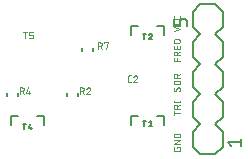
<source format=gbr>
G04 EAGLE Gerber RS-274X export*
G75*
%MOMM*%
%FSLAX34Y34*%
%LPD*%
%INSilkscreen Top*%
%IPPOS*%
%AMOC8*
5,1,8,0,0,1.08239X$1,22.5*%
G01*
%ADD10C,0.050800*%
%ADD11C,0.152400*%
%ADD12C,0.127000*%
%ADD13C,0.203200*%


D10*
X157226Y63077D02*
X157224Y63147D01*
X157218Y63216D01*
X157208Y63285D01*
X157195Y63353D01*
X157177Y63421D01*
X157156Y63487D01*
X157131Y63552D01*
X157103Y63616D01*
X157071Y63678D01*
X157036Y63738D01*
X156997Y63796D01*
X156955Y63851D01*
X156910Y63905D01*
X156862Y63955D01*
X156812Y64003D01*
X156758Y64048D01*
X156703Y64090D01*
X156645Y64129D01*
X156585Y64164D01*
X156523Y64196D01*
X156459Y64224D01*
X156394Y64249D01*
X156328Y64270D01*
X156260Y64288D01*
X156192Y64301D01*
X156123Y64311D01*
X156054Y64317D01*
X155984Y64319D01*
X157226Y63077D02*
X157224Y62978D01*
X157219Y62880D01*
X157209Y62782D01*
X157196Y62684D01*
X157180Y62587D01*
X157160Y62490D01*
X157136Y62395D01*
X157108Y62300D01*
X157077Y62206D01*
X157043Y62114D01*
X157005Y62023D01*
X156964Y61933D01*
X156919Y61845D01*
X156871Y61759D01*
X156820Y61675D01*
X156766Y61593D01*
X156708Y61512D01*
X156648Y61434D01*
X156585Y61359D01*
X156519Y61285D01*
X156450Y61215D01*
X152880Y61369D02*
X152810Y61371D01*
X152741Y61377D01*
X152672Y61387D01*
X152604Y61400D01*
X152536Y61418D01*
X152470Y61439D01*
X152405Y61464D01*
X152341Y61492D01*
X152279Y61524D01*
X152219Y61559D01*
X152161Y61598D01*
X152106Y61640D01*
X152052Y61685D01*
X152002Y61733D01*
X151954Y61783D01*
X151909Y61837D01*
X151867Y61892D01*
X151828Y61950D01*
X151793Y62010D01*
X151761Y62072D01*
X151733Y62136D01*
X151708Y62201D01*
X151687Y62267D01*
X151669Y62335D01*
X151656Y62403D01*
X151646Y62472D01*
X151640Y62541D01*
X151638Y62611D01*
X151640Y62705D01*
X151646Y62798D01*
X151655Y62891D01*
X151668Y62984D01*
X151685Y63076D01*
X151705Y63167D01*
X151730Y63258D01*
X151757Y63347D01*
X151789Y63435D01*
X151824Y63522D01*
X151862Y63608D01*
X151904Y63691D01*
X151949Y63774D01*
X151997Y63854D01*
X152049Y63932D01*
X152104Y64008D01*
X153966Y61990D02*
X153930Y61931D01*
X153890Y61875D01*
X153847Y61821D01*
X153802Y61769D01*
X153753Y61720D01*
X153702Y61674D01*
X153649Y61631D01*
X153593Y61590D01*
X153535Y61553D01*
X153475Y61518D01*
X153414Y61488D01*
X153351Y61460D01*
X153286Y61436D01*
X153220Y61416D01*
X153153Y61399D01*
X153086Y61386D01*
X153018Y61377D01*
X152949Y61371D01*
X152880Y61369D01*
X154898Y63697D02*
X154934Y63756D01*
X154974Y63812D01*
X155017Y63866D01*
X155062Y63918D01*
X155111Y63967D01*
X155162Y64013D01*
X155215Y64056D01*
X155271Y64097D01*
X155329Y64134D01*
X155389Y64169D01*
X155450Y64199D01*
X155513Y64227D01*
X155578Y64251D01*
X155644Y64271D01*
X155711Y64288D01*
X155778Y64301D01*
X155846Y64310D01*
X155915Y64316D01*
X155984Y64318D01*
X154898Y63698D02*
X153966Y61990D01*
X153190Y66844D02*
X155674Y66844D01*
X153190Y66845D02*
X153113Y66847D01*
X153035Y66853D01*
X152959Y66862D01*
X152882Y66876D01*
X152807Y66893D01*
X152733Y66914D01*
X152659Y66939D01*
X152587Y66967D01*
X152517Y66999D01*
X152448Y67034D01*
X152381Y67073D01*
X152316Y67115D01*
X152253Y67160D01*
X152192Y67208D01*
X152134Y67259D01*
X152079Y67313D01*
X152026Y67370D01*
X151977Y67429D01*
X151930Y67491D01*
X151886Y67555D01*
X151846Y67621D01*
X151809Y67689D01*
X151775Y67759D01*
X151745Y67830D01*
X151719Y67903D01*
X151696Y67977D01*
X151677Y68052D01*
X151662Y68127D01*
X151650Y68204D01*
X151642Y68281D01*
X151638Y68358D01*
X151638Y68436D01*
X151642Y68513D01*
X151650Y68590D01*
X151662Y68667D01*
X151677Y68742D01*
X151696Y68817D01*
X151719Y68891D01*
X151745Y68964D01*
X151775Y69035D01*
X151809Y69105D01*
X151846Y69173D01*
X151886Y69239D01*
X151930Y69303D01*
X151977Y69365D01*
X152026Y69424D01*
X152079Y69481D01*
X152134Y69535D01*
X152192Y69586D01*
X152253Y69634D01*
X152316Y69679D01*
X152381Y69721D01*
X152448Y69760D01*
X152517Y69795D01*
X152587Y69827D01*
X152659Y69855D01*
X152733Y69880D01*
X152807Y69901D01*
X152882Y69918D01*
X152959Y69932D01*
X153035Y69941D01*
X153113Y69947D01*
X153190Y69949D01*
X155674Y69949D01*
X155751Y69947D01*
X155829Y69941D01*
X155905Y69932D01*
X155982Y69918D01*
X156057Y69901D01*
X156131Y69880D01*
X156205Y69855D01*
X156277Y69827D01*
X156347Y69795D01*
X156416Y69760D01*
X156483Y69721D01*
X156548Y69679D01*
X156611Y69634D01*
X156672Y69586D01*
X156730Y69535D01*
X156785Y69481D01*
X156838Y69424D01*
X156887Y69365D01*
X156934Y69303D01*
X156978Y69239D01*
X157018Y69173D01*
X157055Y69105D01*
X157089Y69035D01*
X157119Y68964D01*
X157145Y68891D01*
X157168Y68817D01*
X157187Y68742D01*
X157202Y68667D01*
X157214Y68590D01*
X157222Y68513D01*
X157226Y68436D01*
X157226Y68358D01*
X157222Y68281D01*
X157214Y68204D01*
X157202Y68127D01*
X157187Y68052D01*
X157168Y67977D01*
X157145Y67903D01*
X157119Y67830D01*
X157089Y67759D01*
X157055Y67689D01*
X157018Y67621D01*
X156978Y67555D01*
X156934Y67491D01*
X156887Y67429D01*
X156838Y67370D01*
X156785Y67313D01*
X156730Y67259D01*
X156672Y67208D01*
X156611Y67160D01*
X156548Y67115D01*
X156483Y67073D01*
X156416Y67034D01*
X156347Y66999D01*
X156277Y66967D01*
X156205Y66939D01*
X156131Y66914D01*
X156057Y66893D01*
X155982Y66876D01*
X155905Y66862D01*
X155829Y66853D01*
X155751Y66847D01*
X155674Y66845D01*
X155984Y69328D02*
X157226Y70570D01*
X157226Y72406D02*
X151638Y72406D01*
X151638Y73958D01*
X151640Y74035D01*
X151646Y74113D01*
X151655Y74189D01*
X151669Y74266D01*
X151686Y74341D01*
X151707Y74415D01*
X151732Y74489D01*
X151760Y74561D01*
X151792Y74631D01*
X151827Y74700D01*
X151866Y74767D01*
X151908Y74832D01*
X151953Y74895D01*
X152001Y74956D01*
X152052Y75014D01*
X152106Y75069D01*
X152163Y75122D01*
X152222Y75171D01*
X152284Y75218D01*
X152348Y75262D01*
X152414Y75302D01*
X152482Y75339D01*
X152552Y75373D01*
X152623Y75403D01*
X152696Y75429D01*
X152770Y75452D01*
X152845Y75471D01*
X152920Y75486D01*
X152997Y75498D01*
X153074Y75506D01*
X153151Y75510D01*
X153229Y75510D01*
X153306Y75506D01*
X153383Y75498D01*
X153460Y75486D01*
X153535Y75471D01*
X153610Y75452D01*
X153684Y75429D01*
X153757Y75403D01*
X153828Y75373D01*
X153898Y75339D01*
X153966Y75302D01*
X154032Y75262D01*
X154096Y75218D01*
X154158Y75171D01*
X154217Y75122D01*
X154274Y75069D01*
X154328Y75014D01*
X154379Y74956D01*
X154427Y74895D01*
X154472Y74832D01*
X154514Y74767D01*
X154553Y74700D01*
X154588Y74631D01*
X154620Y74561D01*
X154648Y74489D01*
X154673Y74415D01*
X154694Y74341D01*
X154711Y74266D01*
X154725Y74189D01*
X154734Y74113D01*
X154740Y74035D01*
X154742Y73958D01*
X154742Y72406D01*
X154742Y74268D02*
X157226Y75510D01*
X157226Y42446D02*
X151638Y42446D01*
X151638Y40894D02*
X151638Y43998D01*
X151638Y46234D02*
X157226Y46234D01*
X151638Y46234D02*
X151638Y47786D01*
X151640Y47863D01*
X151646Y47941D01*
X151655Y48017D01*
X151669Y48094D01*
X151686Y48169D01*
X151707Y48243D01*
X151732Y48317D01*
X151760Y48389D01*
X151792Y48459D01*
X151827Y48528D01*
X151866Y48595D01*
X151908Y48660D01*
X151953Y48723D01*
X152001Y48784D01*
X152052Y48842D01*
X152106Y48897D01*
X152163Y48950D01*
X152222Y48999D01*
X152284Y49046D01*
X152348Y49090D01*
X152414Y49130D01*
X152482Y49167D01*
X152552Y49201D01*
X152623Y49231D01*
X152696Y49257D01*
X152770Y49280D01*
X152845Y49299D01*
X152920Y49314D01*
X152997Y49326D01*
X153074Y49334D01*
X153151Y49338D01*
X153229Y49338D01*
X153306Y49334D01*
X153383Y49326D01*
X153460Y49314D01*
X153535Y49299D01*
X153610Y49280D01*
X153684Y49257D01*
X153757Y49231D01*
X153828Y49201D01*
X153898Y49167D01*
X153966Y49130D01*
X154032Y49090D01*
X154096Y49046D01*
X154158Y48999D01*
X154217Y48950D01*
X154274Y48897D01*
X154328Y48842D01*
X154379Y48784D01*
X154427Y48723D01*
X154472Y48660D01*
X154514Y48595D01*
X154553Y48528D01*
X154588Y48459D01*
X154620Y48389D01*
X154648Y48317D01*
X154673Y48243D01*
X154694Y48169D01*
X154711Y48094D01*
X154725Y48017D01*
X154734Y47941D01*
X154740Y47863D01*
X154742Y47786D01*
X154742Y46234D01*
X154742Y48096D02*
X157226Y49338D01*
X157226Y52139D02*
X151638Y52139D01*
X157226Y51518D02*
X157226Y52760D01*
X151638Y52760D02*
X151638Y51518D01*
X154122Y13518D02*
X154122Y12587D01*
X154122Y13518D02*
X157226Y13518D01*
X157226Y11656D01*
X157224Y11586D01*
X157218Y11517D01*
X157208Y11448D01*
X157195Y11380D01*
X157177Y11312D01*
X157156Y11246D01*
X157131Y11181D01*
X157103Y11117D01*
X157071Y11055D01*
X157036Y10995D01*
X156997Y10937D01*
X156955Y10882D01*
X156910Y10828D01*
X156862Y10778D01*
X156812Y10730D01*
X156758Y10685D01*
X156703Y10643D01*
X156645Y10604D01*
X156585Y10569D01*
X156523Y10537D01*
X156459Y10509D01*
X156394Y10484D01*
X156328Y10463D01*
X156260Y10445D01*
X156192Y10432D01*
X156123Y10422D01*
X156054Y10416D01*
X155984Y10414D01*
X152880Y10414D01*
X152810Y10416D01*
X152741Y10422D01*
X152672Y10432D01*
X152604Y10445D01*
X152536Y10463D01*
X152470Y10484D01*
X152405Y10509D01*
X152341Y10537D01*
X152279Y10569D01*
X152219Y10604D01*
X152161Y10643D01*
X152106Y10685D01*
X152052Y10730D01*
X152002Y10778D01*
X151954Y10828D01*
X151909Y10882D01*
X151867Y10937D01*
X151828Y10995D01*
X151793Y11055D01*
X151761Y11117D01*
X151733Y11181D01*
X151708Y11246D01*
X151687Y11312D01*
X151669Y11380D01*
X151656Y11448D01*
X151646Y11517D01*
X151640Y11586D01*
X151638Y11656D01*
X151638Y13518D01*
X151638Y16266D02*
X157226Y16266D01*
X157226Y19371D02*
X151638Y16266D01*
X151638Y19371D02*
X157226Y19371D01*
X157226Y22118D02*
X151638Y22118D01*
X151638Y23670D01*
X151640Y23746D01*
X151645Y23822D01*
X151655Y23898D01*
X151668Y23973D01*
X151685Y24047D01*
X151705Y24121D01*
X151729Y24193D01*
X151756Y24264D01*
X151787Y24334D01*
X151821Y24402D01*
X151859Y24468D01*
X151900Y24532D01*
X151943Y24595D01*
X151990Y24655D01*
X152040Y24712D01*
X152093Y24767D01*
X152148Y24820D01*
X152205Y24870D01*
X152265Y24917D01*
X152328Y24960D01*
X152392Y25001D01*
X152458Y25039D01*
X152526Y25073D01*
X152596Y25104D01*
X152667Y25131D01*
X152740Y25155D01*
X152813Y25175D01*
X152887Y25192D01*
X152962Y25205D01*
X153038Y25215D01*
X153114Y25220D01*
X153190Y25222D01*
X153190Y25223D02*
X155674Y25223D01*
X155674Y25222D02*
X155750Y25220D01*
X155826Y25215D01*
X155902Y25205D01*
X155977Y25192D01*
X156051Y25175D01*
X156125Y25155D01*
X156197Y25131D01*
X156268Y25104D01*
X156338Y25073D01*
X156406Y25039D01*
X156472Y25001D01*
X156536Y24960D01*
X156599Y24917D01*
X156659Y24870D01*
X156716Y24820D01*
X156771Y24767D01*
X156824Y24712D01*
X156874Y24655D01*
X156921Y24595D01*
X156964Y24532D01*
X157005Y24468D01*
X157043Y24402D01*
X157077Y24334D01*
X157108Y24264D01*
X157135Y24193D01*
X157159Y24121D01*
X157179Y24047D01*
X157196Y23973D01*
X157209Y23898D01*
X157219Y23822D01*
X157224Y23746D01*
X157226Y23670D01*
X157226Y22118D01*
X157226Y86614D02*
X151638Y86614D01*
X151638Y89098D01*
X154122Y89098D02*
X154122Y86614D01*
X151638Y91394D02*
X157226Y91394D01*
X151638Y91394D02*
X151638Y92946D01*
X151640Y93023D01*
X151646Y93101D01*
X151655Y93177D01*
X151669Y93254D01*
X151686Y93329D01*
X151707Y93403D01*
X151732Y93477D01*
X151760Y93549D01*
X151792Y93619D01*
X151827Y93688D01*
X151866Y93755D01*
X151908Y93820D01*
X151953Y93883D01*
X152001Y93944D01*
X152052Y94002D01*
X152106Y94057D01*
X152163Y94110D01*
X152222Y94159D01*
X152284Y94206D01*
X152348Y94250D01*
X152414Y94290D01*
X152482Y94327D01*
X152552Y94361D01*
X152623Y94391D01*
X152696Y94417D01*
X152770Y94440D01*
X152845Y94459D01*
X152920Y94474D01*
X152997Y94486D01*
X153074Y94494D01*
X153151Y94498D01*
X153229Y94498D01*
X153306Y94494D01*
X153383Y94486D01*
X153460Y94474D01*
X153535Y94459D01*
X153610Y94440D01*
X153684Y94417D01*
X153757Y94391D01*
X153828Y94361D01*
X153898Y94327D01*
X153966Y94290D01*
X154032Y94250D01*
X154096Y94206D01*
X154158Y94159D01*
X154217Y94110D01*
X154274Y94057D01*
X154328Y94002D01*
X154379Y93944D01*
X154427Y93883D01*
X154472Y93820D01*
X154514Y93755D01*
X154553Y93688D01*
X154588Y93619D01*
X154620Y93549D01*
X154648Y93477D01*
X154673Y93403D01*
X154694Y93329D01*
X154711Y93254D01*
X154725Y93177D01*
X154734Y93101D01*
X154740Y93023D01*
X154742Y92946D01*
X154742Y91394D01*
X154742Y93257D02*
X157226Y94498D01*
X157226Y97038D02*
X157226Y99522D01*
X157226Y97038D02*
X151638Y97038D01*
X151638Y99522D01*
X154122Y98901D02*
X154122Y97038D01*
X153190Y101926D02*
X155674Y101926D01*
X153190Y101926D02*
X153113Y101928D01*
X153035Y101934D01*
X152959Y101943D01*
X152882Y101957D01*
X152807Y101974D01*
X152733Y101995D01*
X152659Y102020D01*
X152587Y102048D01*
X152517Y102080D01*
X152448Y102115D01*
X152381Y102154D01*
X152316Y102196D01*
X152253Y102241D01*
X152192Y102289D01*
X152134Y102340D01*
X152079Y102394D01*
X152026Y102451D01*
X151977Y102510D01*
X151930Y102572D01*
X151886Y102636D01*
X151846Y102702D01*
X151809Y102770D01*
X151775Y102840D01*
X151745Y102911D01*
X151719Y102984D01*
X151696Y103058D01*
X151677Y103133D01*
X151662Y103208D01*
X151650Y103285D01*
X151642Y103362D01*
X151638Y103439D01*
X151638Y103517D01*
X151642Y103594D01*
X151650Y103671D01*
X151662Y103748D01*
X151677Y103823D01*
X151696Y103898D01*
X151719Y103972D01*
X151745Y104045D01*
X151775Y104116D01*
X151809Y104186D01*
X151846Y104254D01*
X151886Y104320D01*
X151930Y104384D01*
X151977Y104446D01*
X152026Y104505D01*
X152079Y104562D01*
X152134Y104616D01*
X152192Y104667D01*
X152253Y104715D01*
X152316Y104760D01*
X152381Y104802D01*
X152448Y104841D01*
X152517Y104876D01*
X152587Y104908D01*
X152659Y104936D01*
X152733Y104961D01*
X152807Y104982D01*
X152882Y104999D01*
X152959Y105013D01*
X153035Y105022D01*
X153113Y105028D01*
X153190Y105030D01*
X155674Y105030D01*
X155751Y105028D01*
X155829Y105022D01*
X155905Y105013D01*
X155982Y104999D01*
X156057Y104982D01*
X156131Y104961D01*
X156205Y104936D01*
X156277Y104908D01*
X156347Y104876D01*
X156416Y104841D01*
X156483Y104802D01*
X156548Y104760D01*
X156611Y104715D01*
X156672Y104667D01*
X156730Y104616D01*
X156785Y104562D01*
X156838Y104505D01*
X156887Y104446D01*
X156934Y104384D01*
X156978Y104320D01*
X157018Y104254D01*
X157055Y104186D01*
X157089Y104116D01*
X157119Y104045D01*
X157145Y103972D01*
X157168Y103898D01*
X157187Y103823D01*
X157202Y103748D01*
X157214Y103671D01*
X157222Y103594D01*
X157226Y103517D01*
X157226Y103439D01*
X157222Y103362D01*
X157214Y103285D01*
X157202Y103208D01*
X157187Y103133D01*
X157168Y103058D01*
X157145Y102984D01*
X157119Y102911D01*
X157089Y102840D01*
X157055Y102770D01*
X157018Y102702D01*
X156978Y102636D01*
X156934Y102572D01*
X156887Y102510D01*
X156838Y102451D01*
X156785Y102394D01*
X156730Y102340D01*
X156672Y102289D01*
X156611Y102241D01*
X156548Y102196D01*
X156483Y102154D01*
X156416Y102115D01*
X156347Y102080D01*
X156277Y102048D01*
X156205Y102020D01*
X156131Y101995D01*
X156057Y101974D01*
X155982Y101957D01*
X155905Y101943D01*
X155829Y101934D01*
X155751Y101928D01*
X155674Y101926D01*
X155984Y104409D02*
X157226Y105651D01*
X157226Y113877D02*
X151638Y112014D01*
X151638Y115739D02*
X157226Y113877D01*
X157226Y119036D02*
X157226Y120278D01*
X157226Y119036D02*
X157224Y118966D01*
X157218Y118897D01*
X157208Y118828D01*
X157195Y118760D01*
X157177Y118692D01*
X157156Y118626D01*
X157131Y118561D01*
X157103Y118497D01*
X157071Y118435D01*
X157036Y118375D01*
X156997Y118317D01*
X156955Y118262D01*
X156910Y118208D01*
X156862Y118158D01*
X156812Y118110D01*
X156758Y118065D01*
X156703Y118023D01*
X156645Y117984D01*
X156585Y117949D01*
X156523Y117917D01*
X156459Y117889D01*
X156394Y117864D01*
X156328Y117843D01*
X156260Y117825D01*
X156192Y117812D01*
X156123Y117802D01*
X156054Y117796D01*
X155984Y117794D01*
X155984Y117795D02*
X152880Y117795D01*
X152880Y117794D02*
X152810Y117796D01*
X152741Y117802D01*
X152672Y117812D01*
X152604Y117825D01*
X152536Y117843D01*
X152470Y117864D01*
X152405Y117889D01*
X152341Y117917D01*
X152279Y117949D01*
X152219Y117984D01*
X152161Y118023D01*
X152106Y118065D01*
X152052Y118110D01*
X152002Y118158D01*
X151954Y118208D01*
X151909Y118262D01*
X151867Y118317D01*
X151828Y118375D01*
X151793Y118435D01*
X151761Y118497D01*
X151733Y118561D01*
X151708Y118626D01*
X151687Y118692D01*
X151669Y118760D01*
X151656Y118828D01*
X151646Y118897D01*
X151640Y118966D01*
X151638Y119036D01*
X151638Y120278D01*
X157226Y123608D02*
X157226Y124850D01*
X157226Y123608D02*
X157224Y123538D01*
X157218Y123469D01*
X157208Y123400D01*
X157195Y123332D01*
X157177Y123264D01*
X157156Y123198D01*
X157131Y123133D01*
X157103Y123069D01*
X157071Y123007D01*
X157036Y122947D01*
X156997Y122889D01*
X156955Y122834D01*
X156910Y122780D01*
X156862Y122730D01*
X156812Y122682D01*
X156758Y122637D01*
X156703Y122595D01*
X156645Y122556D01*
X156585Y122521D01*
X156523Y122489D01*
X156459Y122461D01*
X156394Y122436D01*
X156328Y122415D01*
X156260Y122397D01*
X156192Y122384D01*
X156123Y122374D01*
X156054Y122368D01*
X155984Y122366D01*
X152880Y122366D01*
X152810Y122368D01*
X152741Y122374D01*
X152672Y122384D01*
X152604Y122397D01*
X152536Y122415D01*
X152470Y122436D01*
X152405Y122461D01*
X152341Y122489D01*
X152279Y122521D01*
X152219Y122556D01*
X152161Y122595D01*
X152106Y122637D01*
X152052Y122682D01*
X152002Y122730D01*
X151954Y122780D01*
X151909Y122834D01*
X151867Y122889D01*
X151828Y122947D01*
X151793Y123007D01*
X151761Y123069D01*
X151733Y123133D01*
X151708Y123198D01*
X151687Y123264D01*
X151669Y123332D01*
X151656Y123400D01*
X151646Y123469D01*
X151640Y123538D01*
X151638Y123608D01*
X151638Y124850D01*
X115514Y68834D02*
X114272Y68834D01*
X114202Y68836D01*
X114133Y68842D01*
X114064Y68852D01*
X113996Y68865D01*
X113928Y68883D01*
X113862Y68904D01*
X113797Y68929D01*
X113733Y68957D01*
X113671Y68989D01*
X113611Y69024D01*
X113553Y69063D01*
X113498Y69105D01*
X113444Y69150D01*
X113394Y69198D01*
X113346Y69248D01*
X113301Y69302D01*
X113259Y69357D01*
X113220Y69415D01*
X113185Y69475D01*
X113153Y69537D01*
X113125Y69601D01*
X113100Y69666D01*
X113079Y69732D01*
X113061Y69800D01*
X113048Y69868D01*
X113038Y69937D01*
X113032Y70006D01*
X113030Y70076D01*
X113030Y73180D01*
X113032Y73250D01*
X113038Y73319D01*
X113048Y73388D01*
X113061Y73456D01*
X113079Y73524D01*
X113100Y73590D01*
X113125Y73655D01*
X113153Y73719D01*
X113185Y73781D01*
X113220Y73841D01*
X113259Y73899D01*
X113301Y73954D01*
X113346Y74008D01*
X113394Y74058D01*
X113444Y74106D01*
X113498Y74151D01*
X113553Y74193D01*
X113611Y74232D01*
X113671Y74267D01*
X113733Y74299D01*
X113797Y74327D01*
X113862Y74352D01*
X113928Y74373D01*
X113996Y74391D01*
X114064Y74404D01*
X114133Y74414D01*
X114202Y74420D01*
X114272Y74422D01*
X115514Y74422D01*
X119326Y74422D02*
X119399Y74420D01*
X119472Y74414D01*
X119545Y74405D01*
X119616Y74391D01*
X119688Y74374D01*
X119758Y74354D01*
X119827Y74329D01*
X119894Y74301D01*
X119960Y74270D01*
X120025Y74235D01*
X120087Y74197D01*
X120147Y74155D01*
X120205Y74111D01*
X120261Y74063D01*
X120314Y74013D01*
X120364Y73960D01*
X120412Y73904D01*
X120456Y73846D01*
X120498Y73786D01*
X120536Y73724D01*
X120571Y73659D01*
X120602Y73593D01*
X120630Y73526D01*
X120655Y73457D01*
X120675Y73387D01*
X120692Y73315D01*
X120706Y73244D01*
X120715Y73171D01*
X120721Y73098D01*
X120723Y73025D01*
X119326Y74422D02*
X119242Y74420D01*
X119159Y74414D01*
X119076Y74405D01*
X118994Y74391D01*
X118912Y74374D01*
X118831Y74352D01*
X118751Y74327D01*
X118673Y74299D01*
X118595Y74267D01*
X118520Y74231D01*
X118446Y74192D01*
X118374Y74149D01*
X118304Y74103D01*
X118237Y74054D01*
X118171Y74001D01*
X118109Y73946D01*
X118049Y73888D01*
X117991Y73827D01*
X117937Y73764D01*
X117885Y73698D01*
X117837Y73630D01*
X117792Y73559D01*
X117750Y73487D01*
X117712Y73412D01*
X117677Y73336D01*
X117646Y73259D01*
X117618Y73180D01*
X120256Y71939D02*
X120310Y71992D01*
X120361Y72049D01*
X120409Y72108D01*
X120454Y72169D01*
X120495Y72232D01*
X120534Y72298D01*
X120569Y72365D01*
X120601Y72434D01*
X120629Y72505D01*
X120653Y72576D01*
X120674Y72649D01*
X120691Y72723D01*
X120705Y72798D01*
X120714Y72873D01*
X120720Y72949D01*
X120722Y73025D01*
X120257Y71938D02*
X117618Y68834D01*
X120723Y68834D01*
D11*
X61214Y59690D02*
X61214Y57150D01*
X70866Y57150D02*
X70866Y59690D01*
D10*
X72390Y58674D02*
X72390Y64262D01*
X73942Y64262D01*
X74019Y64260D01*
X74097Y64254D01*
X74173Y64245D01*
X74250Y64231D01*
X74325Y64214D01*
X74399Y64193D01*
X74473Y64168D01*
X74545Y64140D01*
X74615Y64108D01*
X74684Y64073D01*
X74751Y64034D01*
X74816Y63992D01*
X74879Y63947D01*
X74940Y63899D01*
X74998Y63848D01*
X75053Y63794D01*
X75106Y63737D01*
X75155Y63678D01*
X75202Y63616D01*
X75246Y63552D01*
X75286Y63486D01*
X75323Y63418D01*
X75357Y63348D01*
X75387Y63277D01*
X75413Y63204D01*
X75436Y63130D01*
X75455Y63055D01*
X75470Y62980D01*
X75482Y62903D01*
X75490Y62826D01*
X75494Y62749D01*
X75494Y62671D01*
X75490Y62594D01*
X75482Y62517D01*
X75470Y62440D01*
X75455Y62365D01*
X75436Y62290D01*
X75413Y62216D01*
X75387Y62143D01*
X75357Y62072D01*
X75323Y62002D01*
X75286Y61934D01*
X75246Y61868D01*
X75202Y61804D01*
X75155Y61742D01*
X75106Y61683D01*
X75053Y61626D01*
X74998Y61572D01*
X74940Y61521D01*
X74879Y61473D01*
X74816Y61428D01*
X74751Y61386D01*
X74684Y61347D01*
X74615Y61312D01*
X74545Y61280D01*
X74473Y61252D01*
X74399Y61227D01*
X74325Y61206D01*
X74250Y61189D01*
X74173Y61175D01*
X74097Y61166D01*
X74019Y61160D01*
X73942Y61158D01*
X72390Y61158D01*
X74253Y61158D02*
X75494Y58674D01*
X80945Y62865D02*
X80943Y62938D01*
X80937Y63011D01*
X80928Y63084D01*
X80914Y63155D01*
X80897Y63227D01*
X80877Y63297D01*
X80852Y63366D01*
X80824Y63433D01*
X80793Y63499D01*
X80758Y63564D01*
X80720Y63626D01*
X80678Y63686D01*
X80634Y63744D01*
X80586Y63800D01*
X80536Y63853D01*
X80483Y63903D01*
X80427Y63951D01*
X80369Y63995D01*
X80309Y64037D01*
X80247Y64075D01*
X80182Y64110D01*
X80116Y64141D01*
X80049Y64169D01*
X79980Y64194D01*
X79910Y64214D01*
X79838Y64231D01*
X79767Y64245D01*
X79694Y64254D01*
X79621Y64260D01*
X79548Y64262D01*
X79464Y64260D01*
X79381Y64254D01*
X79298Y64245D01*
X79216Y64231D01*
X79134Y64214D01*
X79053Y64192D01*
X78973Y64167D01*
X78895Y64139D01*
X78817Y64107D01*
X78742Y64071D01*
X78668Y64032D01*
X78596Y63989D01*
X78526Y63943D01*
X78459Y63894D01*
X78393Y63841D01*
X78331Y63786D01*
X78271Y63728D01*
X78213Y63667D01*
X78159Y63604D01*
X78107Y63538D01*
X78059Y63470D01*
X78014Y63399D01*
X77972Y63327D01*
X77934Y63252D01*
X77899Y63176D01*
X77868Y63099D01*
X77840Y63020D01*
X80478Y61779D02*
X80532Y61832D01*
X80583Y61889D01*
X80631Y61948D01*
X80676Y62009D01*
X80717Y62072D01*
X80756Y62138D01*
X80791Y62205D01*
X80823Y62274D01*
X80851Y62345D01*
X80875Y62416D01*
X80896Y62489D01*
X80913Y62563D01*
X80927Y62638D01*
X80936Y62713D01*
X80942Y62789D01*
X80944Y62865D01*
X80479Y61778D02*
X77840Y58674D01*
X80945Y58674D01*
D11*
X20066Y59690D02*
X20066Y57150D01*
X10414Y57150D02*
X10414Y59690D01*
D10*
X21590Y58674D02*
X21590Y64262D01*
X23142Y64262D01*
X23219Y64260D01*
X23297Y64254D01*
X23373Y64245D01*
X23450Y64231D01*
X23525Y64214D01*
X23599Y64193D01*
X23673Y64168D01*
X23745Y64140D01*
X23815Y64108D01*
X23884Y64073D01*
X23951Y64034D01*
X24016Y63992D01*
X24079Y63947D01*
X24140Y63899D01*
X24198Y63848D01*
X24253Y63794D01*
X24306Y63737D01*
X24355Y63678D01*
X24402Y63616D01*
X24446Y63552D01*
X24486Y63486D01*
X24523Y63418D01*
X24557Y63348D01*
X24587Y63277D01*
X24613Y63204D01*
X24636Y63130D01*
X24655Y63055D01*
X24670Y62980D01*
X24682Y62903D01*
X24690Y62826D01*
X24694Y62749D01*
X24694Y62671D01*
X24690Y62594D01*
X24682Y62517D01*
X24670Y62440D01*
X24655Y62365D01*
X24636Y62290D01*
X24613Y62216D01*
X24587Y62143D01*
X24557Y62072D01*
X24523Y62002D01*
X24486Y61934D01*
X24446Y61868D01*
X24402Y61804D01*
X24355Y61742D01*
X24306Y61683D01*
X24253Y61626D01*
X24198Y61572D01*
X24140Y61521D01*
X24079Y61473D01*
X24016Y61428D01*
X23951Y61386D01*
X23884Y61347D01*
X23815Y61312D01*
X23745Y61280D01*
X23673Y61252D01*
X23599Y61227D01*
X23525Y61206D01*
X23450Y61189D01*
X23373Y61175D01*
X23297Y61166D01*
X23219Y61160D01*
X23142Y61158D01*
X21590Y61158D01*
X23453Y61158D02*
X24694Y58674D01*
X27040Y59916D02*
X28282Y64262D01*
X27040Y59916D02*
X30145Y59916D01*
X29213Y61158D02*
X29213Y58674D01*
D11*
X73914Y95250D02*
X73914Y97790D01*
X83566Y97790D02*
X83566Y95250D01*
D10*
X87630Y96774D02*
X87630Y102362D01*
X89182Y102362D01*
X89259Y102360D01*
X89337Y102354D01*
X89413Y102345D01*
X89490Y102331D01*
X89565Y102314D01*
X89639Y102293D01*
X89713Y102268D01*
X89785Y102240D01*
X89855Y102208D01*
X89924Y102173D01*
X89991Y102134D01*
X90056Y102092D01*
X90119Y102047D01*
X90180Y101999D01*
X90238Y101948D01*
X90293Y101894D01*
X90346Y101837D01*
X90395Y101778D01*
X90442Y101716D01*
X90486Y101652D01*
X90526Y101586D01*
X90563Y101518D01*
X90597Y101448D01*
X90627Y101377D01*
X90653Y101304D01*
X90676Y101230D01*
X90695Y101155D01*
X90710Y101080D01*
X90722Y101003D01*
X90730Y100926D01*
X90734Y100849D01*
X90734Y100771D01*
X90730Y100694D01*
X90722Y100617D01*
X90710Y100540D01*
X90695Y100465D01*
X90676Y100390D01*
X90653Y100316D01*
X90627Y100243D01*
X90597Y100172D01*
X90563Y100102D01*
X90526Y100034D01*
X90486Y99968D01*
X90442Y99904D01*
X90395Y99842D01*
X90346Y99783D01*
X90293Y99726D01*
X90238Y99672D01*
X90180Y99621D01*
X90119Y99573D01*
X90056Y99528D01*
X89991Y99486D01*
X89924Y99447D01*
X89855Y99412D01*
X89785Y99380D01*
X89713Y99352D01*
X89639Y99327D01*
X89565Y99306D01*
X89490Y99289D01*
X89413Y99275D01*
X89337Y99266D01*
X89259Y99260D01*
X89182Y99258D01*
X87630Y99258D01*
X89493Y99258D02*
X90734Y96774D01*
X93080Y101741D02*
X93080Y102362D01*
X96185Y102362D01*
X94633Y96774D01*
D11*
X167640Y26670D02*
X167640Y13970D01*
X167640Y26670D02*
X173990Y33020D01*
X186690Y33020D02*
X193040Y26670D01*
X173990Y33020D02*
X167640Y39370D01*
X167640Y52070D01*
X173990Y58420D01*
X186690Y58420D02*
X193040Y52070D01*
X193040Y39370D01*
X186690Y33020D01*
X186690Y7620D02*
X173990Y7620D01*
X167640Y13970D01*
X186690Y7620D02*
X193040Y13970D01*
X193040Y26670D01*
X173990Y58420D02*
X167640Y64770D01*
X167640Y77470D01*
X173990Y83820D01*
X186690Y83820D02*
X193040Y77470D01*
X193040Y64770D01*
X186690Y58420D01*
X167640Y90170D02*
X167640Y102870D01*
X173990Y109220D01*
X186690Y109220D02*
X193040Y102870D01*
X173990Y109220D02*
X167640Y115570D01*
X167640Y128270D01*
X173990Y134620D01*
X186690Y134620D01*
X193040Y128270D01*
X193040Y115570D01*
X186690Y109220D01*
X167640Y90170D02*
X173990Y83820D01*
X186690Y83820D02*
X193040Y90170D01*
X193040Y102870D01*
D12*
X197485Y17780D02*
X200025Y14605D01*
X197485Y17780D02*
X208915Y17780D01*
X208915Y14605D02*
X208915Y20955D01*
X163195Y116205D02*
X163195Y120015D01*
X163193Y120115D01*
X163187Y120214D01*
X163177Y120314D01*
X163164Y120412D01*
X163146Y120511D01*
X163125Y120608D01*
X163100Y120704D01*
X163071Y120800D01*
X163038Y120894D01*
X163002Y120987D01*
X162962Y121078D01*
X162918Y121168D01*
X162871Y121256D01*
X162821Y121342D01*
X162767Y121426D01*
X162710Y121508D01*
X162650Y121587D01*
X162586Y121665D01*
X162520Y121739D01*
X162451Y121811D01*
X162379Y121880D01*
X162305Y121946D01*
X162227Y122010D01*
X162148Y122070D01*
X162066Y122127D01*
X161982Y122181D01*
X161896Y122231D01*
X161808Y122278D01*
X161718Y122322D01*
X161627Y122362D01*
X161534Y122398D01*
X161440Y122431D01*
X161344Y122460D01*
X161248Y122485D01*
X161151Y122506D01*
X161052Y122524D01*
X160954Y122537D01*
X160854Y122547D01*
X160755Y122553D01*
X160655Y122555D01*
X159385Y122555D01*
X159285Y122553D01*
X159186Y122547D01*
X159086Y122537D01*
X158988Y122524D01*
X158889Y122506D01*
X158792Y122485D01*
X158696Y122460D01*
X158600Y122431D01*
X158506Y122398D01*
X158413Y122362D01*
X158322Y122322D01*
X158232Y122278D01*
X158144Y122231D01*
X158058Y122181D01*
X157974Y122127D01*
X157892Y122070D01*
X157813Y122010D01*
X157735Y121946D01*
X157661Y121880D01*
X157589Y121811D01*
X157520Y121739D01*
X157454Y121665D01*
X157390Y121587D01*
X157330Y121508D01*
X157273Y121426D01*
X157219Y121342D01*
X157169Y121256D01*
X157122Y121168D01*
X157078Y121078D01*
X157038Y120987D01*
X157002Y120894D01*
X156969Y120800D01*
X156940Y120704D01*
X156915Y120608D01*
X156894Y120511D01*
X156876Y120412D01*
X156863Y120314D01*
X156853Y120214D01*
X156847Y120115D01*
X156845Y120015D01*
X156845Y116205D01*
X151765Y116205D01*
X151765Y122555D01*
D13*
X121540Y40020D02*
X115540Y40020D01*
X115540Y32020D01*
X137540Y40020D02*
X143540Y40020D01*
X143540Y32020D01*
D12*
X126980Y31369D02*
X126980Y36195D01*
X128320Y36195D02*
X125639Y36195D01*
X130760Y35123D02*
X132100Y36195D01*
X132100Y31369D01*
X130760Y31369D02*
X133441Y31369D01*
D13*
X121540Y116220D02*
X115540Y116220D01*
X115540Y108220D01*
X137540Y116220D02*
X143540Y116220D01*
X143540Y108220D01*
D12*
X126980Y109855D02*
X126980Y105029D01*
X125639Y109855D02*
X128320Y109855D01*
X132234Y109855D02*
X132302Y109853D01*
X132369Y109847D01*
X132436Y109838D01*
X132503Y109825D01*
X132568Y109808D01*
X132633Y109787D01*
X132696Y109763D01*
X132758Y109735D01*
X132818Y109704D01*
X132876Y109670D01*
X132932Y109632D01*
X132987Y109592D01*
X133038Y109548D01*
X133087Y109501D01*
X133134Y109452D01*
X133178Y109401D01*
X133218Y109346D01*
X133256Y109290D01*
X133290Y109232D01*
X133321Y109172D01*
X133349Y109110D01*
X133373Y109047D01*
X133394Y108982D01*
X133411Y108917D01*
X133424Y108850D01*
X133433Y108783D01*
X133439Y108716D01*
X133441Y108648D01*
X132234Y109855D02*
X132156Y109853D01*
X132078Y109847D01*
X132001Y109837D01*
X131924Y109824D01*
X131848Y109806D01*
X131773Y109785D01*
X131699Y109760D01*
X131627Y109731D01*
X131556Y109699D01*
X131487Y109663D01*
X131419Y109624D01*
X131354Y109581D01*
X131291Y109535D01*
X131230Y109486D01*
X131172Y109434D01*
X131117Y109379D01*
X131064Y109322D01*
X131015Y109262D01*
X130968Y109199D01*
X130925Y109135D01*
X130885Y109068D01*
X130848Y108999D01*
X130815Y108928D01*
X130785Y108856D01*
X130759Y108783D01*
X133039Y107710D02*
X133088Y107759D01*
X133135Y107811D01*
X133178Y107866D01*
X133219Y107923D01*
X133257Y107982D01*
X133291Y108043D01*
X133322Y108106D01*
X133350Y108170D01*
X133374Y108236D01*
X133394Y108302D01*
X133411Y108370D01*
X133424Y108439D01*
X133433Y108508D01*
X133439Y108578D01*
X133441Y108648D01*
X133039Y107710D02*
X130760Y105029D01*
X133441Y105029D01*
D13*
X19940Y40020D02*
X13940Y40020D01*
X13940Y32020D01*
X35940Y40020D02*
X41940Y40020D01*
X41940Y32020D01*
D12*
X25380Y33655D02*
X25380Y28829D01*
X24039Y33655D02*
X26720Y33655D01*
X30232Y33655D02*
X29160Y29901D01*
X31841Y29901D01*
X31037Y30974D02*
X31037Y28829D01*
D10*
X25936Y105664D02*
X25936Y111252D01*
X24384Y111252D02*
X27488Y111252D01*
X29505Y105664D02*
X31367Y105664D01*
X31437Y105666D01*
X31506Y105672D01*
X31575Y105682D01*
X31643Y105695D01*
X31711Y105713D01*
X31777Y105734D01*
X31842Y105759D01*
X31906Y105787D01*
X31968Y105819D01*
X32028Y105854D01*
X32086Y105893D01*
X32141Y105935D01*
X32195Y105980D01*
X32245Y106028D01*
X32293Y106078D01*
X32338Y106132D01*
X32380Y106187D01*
X32419Y106245D01*
X32454Y106305D01*
X32486Y106367D01*
X32514Y106431D01*
X32539Y106496D01*
X32560Y106562D01*
X32578Y106630D01*
X32591Y106698D01*
X32601Y106767D01*
X32607Y106836D01*
X32609Y106906D01*
X32609Y107527D01*
X32607Y107597D01*
X32601Y107666D01*
X32591Y107735D01*
X32578Y107803D01*
X32560Y107871D01*
X32539Y107937D01*
X32514Y108002D01*
X32486Y108066D01*
X32454Y108128D01*
X32419Y108188D01*
X32380Y108246D01*
X32338Y108301D01*
X32293Y108355D01*
X32245Y108405D01*
X32195Y108453D01*
X32141Y108498D01*
X32086Y108540D01*
X32028Y108579D01*
X31968Y108614D01*
X31906Y108646D01*
X31842Y108674D01*
X31777Y108699D01*
X31711Y108720D01*
X31643Y108738D01*
X31575Y108751D01*
X31506Y108761D01*
X31437Y108767D01*
X31367Y108769D01*
X31367Y108768D02*
X29505Y108768D01*
X29505Y111252D01*
X32609Y111252D01*
M02*

</source>
